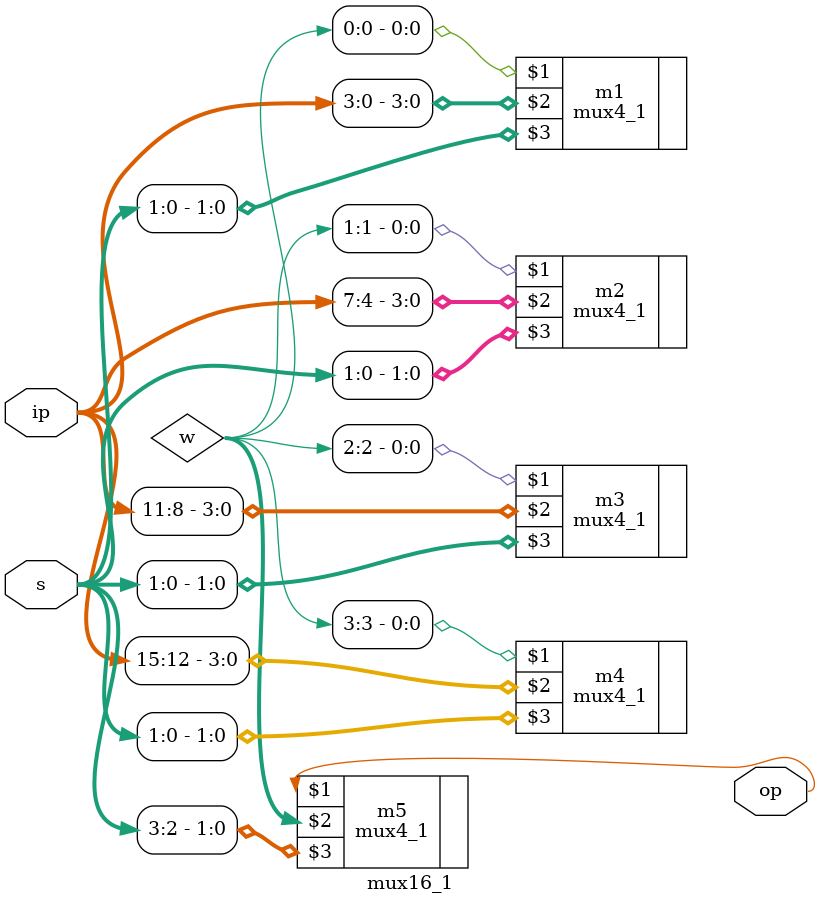
<source format=v>
`include "mux4_1.v"
module mux16_1(op,ip,s);
	input [15:0] ip;
	input [3:0] s;
	output op;
	wire [3:0]w;
	mux4_1 m1(w[0],ip[3:0],s[1:0]);
	mux4_1 m2(w[1],ip[7:4],s[1:0]);
	mux4_1 m3(w[2],ip[11:8],s[1:0]);
	mux4_1 m4(w[3],ip[15:12],s[1:0]);
	mux4_1 m5(op,w,s[3:2]);
endmodule
</source>
